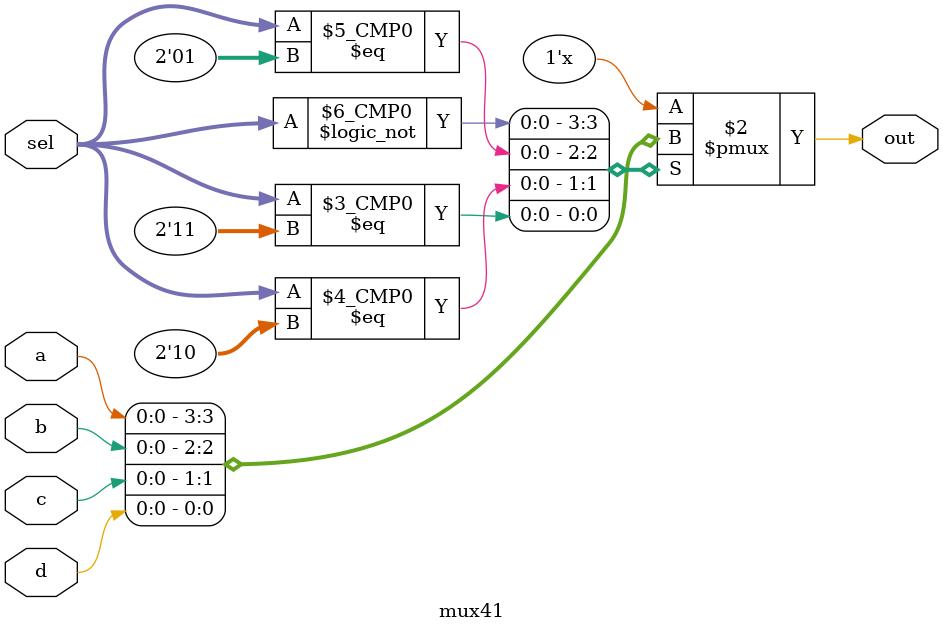
<source format=sv>
`timescale 1ns/1ps
module mux41(sel,a,b,c,d,out);
  input [1:0] sel;
  input a,b,c,d;
  output reg out;
  always@(sel or a or b or c or d) begin
    case(sel)
      2'b00: out<=a;
      2'b01: out<=b;
      2'b10: out<=c;
      2'b11: out<=d;
    endcase
  end
endmodule
</source>
